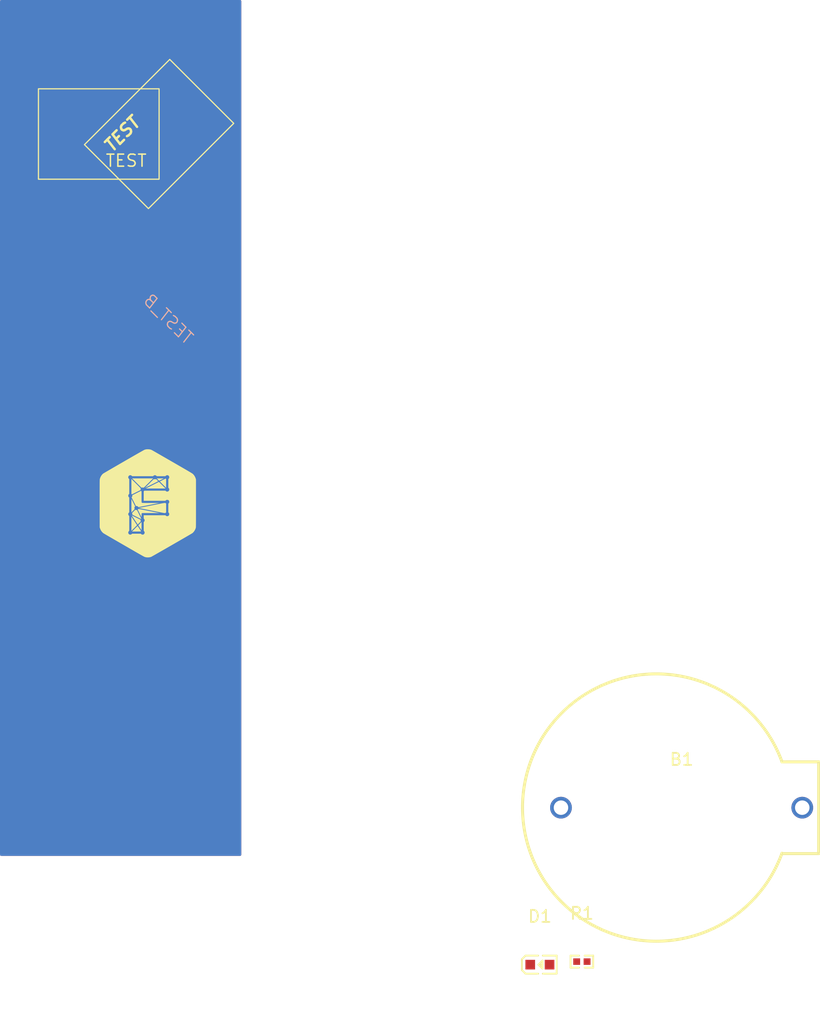
<source format=kicad_pcb>
(kicad_pcb (version 20241229) (generator "pcbnew") (generator_version "9.0")
  (layers (0 "F.Cu" signal) (2 "B.Cu" signal) (13 "F.Paste" user) (15 "B.Paste" user) (5 "F.SilkS" user "F.Silkscreen") (7 "B.SilkS" user "B.Silkscreen") (1 "F.Mask" user) (3 "B.Mask" user) (25 "Edge.Cuts" user))
  (net 0 "")
  (net 1 "B1-1-R1-2")
  (net 2 "D1-1-R1-1")
  (net 3 "B1-2-D1-2")
  (net 4 "GND")
  (footprint "logos:faebryk_logo" (layer "F.Cu") (at 32.25 46.75)
    (property "Reference" "G***" (hide yes))
    (property "Value" "LOGO" (hide yes))
    (fp_poly (pts (xy -1.121428 1.462679) (xy -0.886487 1.815188) (xy -1.356395 2.285096) (xy -1.356382 1.697633) (xy -1.35637 1.11017)) (fill yes) (layer "F.SilkS"))
    (fp_poly (pts (xy 1.472993 -1.226803) (xy 0.652261 -1.227287) (xy -0.16847 -1.227771) (xy 0.377986 -1.501563) (xy 0.924441 -1.775355)) (fill yes) (layer "F.SilkS"))
    (fp_poly (pts (xy 1.520736 -2.008089) (xy 1.516224 -1.287167) (xy 1.254833 -1.548666) (xy 0.993442 -1.810166) (xy 1.235346 -1.930871) (xy 1.477249 -2.051576)) (fill yes) (layer "F.SilkS"))
    (fp_poly (pts (xy 1.036875 -2.064368) (xy 1.334795 -2.063905) (xy 1.140408 -1.965477) (xy 1.087217 -1.938612) (xy 1.039226 -1.914504) (xy 0.998552 -1.894206) (xy 0.967309 -1.878769) (xy 0.947613 -1.869245) (xy 0.941559 -1.866586) (xy 0.934273 -1.872234) (xy 0.916986 -1.888149) (xy 0.891831 -1.912294) (xy 0.860939 -1.942632) (xy 0.838027 -1.965477) (xy 0.738955 -2.06483)) (fill yes) (layer "F.SilkS"))
    (fp_poly (pts (xy -1.201449 -0.051837) (xy -1.047441 0.254863) (xy -1.070994 0.281725) (xy -1.095951 0.319565) (xy -1.107686 0.362439) (xy -1.106473 0.4127) (xy -1.093153 0.47085) (xy -1.09368 0.479029) (xy -1.100135 0.491259) (xy -1.113792 0.509029) (xy -1.135923 0.533832) (xy -1.1678 0.567156) (xy -1.210697 0.610492) (xy -1.222158 0.621936) (xy -1.356395 0.755743) (xy -1.355926 0.198602) (xy -1.355457 -0.358538)) (fill yes) (layer "F.SilkS"))
    (fp_poly (pts (xy -0.967318 -1.628502) (xy -0.886578 -1.547722) (xy -0.817374 -1.47822) (xy -0.758919 -1.41916) (xy -0.710424 -1.36971) (xy -0.671103 -1.329036) (xy -0.640166 -1.296303) (xy -0.616827 -1.270678) (xy -0.600298 -1.251327) (xy -0.58979 -1.237415) (xy -0.584517 -1.22811) (xy -0.583689 -1.222578) (xy -0.583718 -1.222483) (xy -0.587329 -1.204864) (xy -0.59112 -1.176748) (xy -0.593696 -1.150709) (xy -0.598199 -1.096213) (xy -1.317517 -0.737709) (xy -1.336956 -0.75638) (xy -1.356395 -0.77505) (xy -1.356395 -2.017241)) (fill yes) (layer "F.SilkS"))
    (fp_poly (pts (xy -0.77616 0.46817) (xy -0.751652 0.47194) (xy -0.712455 0.478725) (xy -0.65969 0.488309) (xy -0.594479 0.50048) (xy -0.517943 0.515022) (xy -0.431205 0.531721) (xy -0.335385 0.550363) (xy -0.231605 0.570733) (xy -0.120987 0.592618) (xy -0.004652 0.615803) (xy 0.090714 0.634929) (xy 0.963299 0.810407) (xy 0.248866 0.811258) (xy -0.465568 0.812108) (xy -0.489808 0.832935) (xy -0.514048 0.853761) (xy -0.518368 1.001681) (xy -0.522688 1.1496) (xy -0.677619 0.83927) (xy -0.832551 0.528939) (xy -0.810197 0.502374) (xy -0.795213 0.483489) (xy -0.785832 0.469667) (xy -0.784857 0.467629)) (fill yes) (layer "F.SilkS"))
    (fp_poly (pts (xy 0.05612 -1.675754) (xy -0.024869 -1.594808) (xy -0.094577 -1.525411) (xy -0.153826 -1.466784) (xy -0.203441 -1.418149) (xy -0.244246 -1.378726) (xy -0.277065 -1.347735) (xy -0.302723 -1.324398) (xy -0.322044 -1.307935) (xy -0.335851 -1.297567) (xy -0.344969 -1.292515) (xy -0.349898 -1.291885) (xy -0.400099 -1.304548) (xy -0.440951 -1.308374) (xy -0.477939 -1.303384) (xy -0.509728 -1.292525) (xy -0.517341 -1.295998) (xy -0.534165 -1.309251) (xy -0.560564 -1.332628) (xy -0.596897 -1.366475) (xy -0.643528 -1.411136) (xy -0.700817 -1.466958) (xy -0.769126 -1.534284) (xy -0.848817 -1.613461) (xy -0.911427 -1.675981) (xy -1.300167 -2.06483) (xy 0.44486 -2.06483)) (fill yes) (layer "F.SilkS"))
    (fp_poly (pts (xy -0.518368 1.889985) (xy -0.518421 1.9646) (xy -0.518572 2.033519) (xy -0.51881 2.094899) (xy -0.519123 2.146894) (xy -0.519499 2.18766) (xy -0.519926 2.21535) (xy -0.520392 2.228121) (xy -0.520528 2.228772) (xy -0.525676 2.22182) (xy -0.539108 2.202314) (xy -0.559571 2.17211) (xy -0.585815 2.133065) (xy -0.616588 2.087033) (xy -0.650637 2.035871) (xy -0.652279 2.033398) (xy -0.686584 1.981511) (xy -0.717651 1.934092) (xy -0.744214 1.893109) (xy -0.765004 1.860534) (xy -0.778752 1.838336) (xy -0.784193 1.828485) (xy -0.78421 1.828418) (xy -0.779034 1.819708) (xy -0.763237 1.800807) (xy -0.738553 1.773607) (xy -0.706718 1.739996) (xy -0.669464 1.701866) (xy -0.652458 1.684798) (xy -0.518368 1.550991)) (fill yes) (layer "F.SilkS"))
    (fp_poly (pts (xy 0.777165 -1.922292) (xy 0.808579 -1.890487) (xy 0.834704 -1.863101) (xy 0.853501 -1.842348) (xy 0.862934 -1.830437) (xy 0.86356 -1.82853) (xy 0.85537 -1.824155) (xy 0.832957 -1.812697) (xy 0.79756 -1.794778) (xy 0.75042 -1.771022) (xy 0.692779 -1.742051) (xy 0.625877 -1.708489) (xy 0.550955 -1.67096) (xy 0.469253 -1.630085) (xy 0.382014 -1.586489) (xy 0.31102 -1.551045) (xy -0.237586 -1.277265) (xy 0.129591 -1.645204) (xy 0.21386 -1.729427) (xy 0.286591 -1.801632) (xy 0.348232 -1.862248) (xy 0.399233 -1.911701) (xy 0.440043 -1.95042) (xy 0.47111 -1.978833) (xy 0.492883 -1.997366) (xy 0.505811 -2.006448) (xy 0.509727 -2.007467) (xy 0.563351 -1.992036) (xy 0.616642 -1.991745) (xy 0.644522 -1.998268) (xy 0.686836 -2.012349)) (fill yes) (layer "F.SilkS"))
    (fp_poly (pts (xy -1.309684 1.014561) (xy -1.28729 1.025288) (xy -1.25254 1.042236) (xy -1.206979 1.064641) (xy -1.152154 1.091743) (xy -1.08961 1.122779) (xy -1.020892 1.156988) (xy -0.954688 1.190036) (xy -0.596123 1.369256) (xy -0.596123 1.414255) (xy -0.59414 1.445121) (xy -0.589109 1.472331) (xy -0.585866 1.481766) (xy -0.582944 1.489728) (xy -0.58287 1.497811) (xy -0.58706 1.507818) (xy -0.596932 1.521553) (xy -0.613901 1.540817) (xy -0.639385 1.567415) (xy -0.6748 1.60315) (xy -0.704658 1.632971) (xy -0.833708 1.761663) (xy -1.075613 1.398296) (xy -1.132378 1.312942) (xy -1.180173 1.240846) (xy -1.219671 1.180931) (xy -1.251547 1.132119) (xy -1.276477 1.093334) (xy -1.295133 1.063497) (xy -1.308192 1.04153) (xy -1.316327 1.026357) (xy -1.320213 1.0169) (xy -1.320525 1.01208) (xy -1.318178 1.010816)) (fill yes) (layer "F.SilkS"))
    (fp_poly (pts (xy -1.005633 0.549523) (xy -0.978619 0.557023) (xy -0.945869 0.561233) (xy -0.935451 0.561564) (xy -0.894087 0.561564) (xy -0.715337 0.919188) (xy -0.673449 1.003098) (xy -0.638754 1.07293) (xy -0.610654 1.130033) (xy -0.588554 1.175753) (xy -0.571857 1.211438) (xy -0.559966 1.238434) (xy -0.552285 1.258088) (xy -0.548217 1.271748) (xy -0.547167 1.28076) (xy -0.548538 1.286472) (xy -0.551236 1.289806) (xy -0.555779 1.292308) (xy -0.562804 1.292761) (xy -0.573654 1.290568) (xy -0.589672 1.285129) (xy -0.6122 1.275845) (xy -0.64258 1.262118) (xy -0.682156 1.243347) (xy -0.73227 1.218935) (xy -0.794264 1.188283) (xy -0.869481 1.150791) (xy -0.924182 1.12343) (xy -1.282479 0.944059) (xy -1.279979 0.909433) (xy -1.281898 0.877605) (xy -1.289889 0.845328) (xy -1.291315 0.841693) (xy -1.305151 0.808579) (xy -1.169801 0.67303) (xy -1.034451 0.537482)) (fill yes) (layer "F.SilkS"))
    (fp_poly (pts (xy -0.840056 1.890313) (xy -0.825845 1.909869) (xy -0.804548 1.9403) (xy -0.777386 1.979836) (xy -0.745581 2.02671) (xy -0.710355 2.079151) (xy -0.697942 2.097746) (xy -0.656617 2.159986) (xy -0.62417 2.209524) (xy -0.599704 2.247911) (xy -0.582328 2.276694) (xy -0.571145 2.297423) (xy -0.565261 2.311646) (xy -0.563783 2.320914) (xy -0.565753 2.326691) (xy -0.569549 2.330265) (xy -0.576258 2.333208) (xy -0.587441 2.33558) (xy -0.604655 2.337442) (xy -0.62946 2.338855) (xy -0.663414 2.339879) (xy -0.708076 2.340574) (xy -0.765006 2.341001) (xy -0.835761 2.341219) (xy -0.9219 2.34129) (xy -0.942592 2.341292) (xy -1.308756 2.341292) (xy -1.079932 2.112346) (xy -1.02823 2.060749) (xy -0.980343 2.013215) (xy -0.937644 1.971088) (xy -0.901504 1.935707) (xy -0.873294 1.908416) (xy -0.854384 1.890555) (xy -0.846146 1.883466) (xy -0.845958 1.883401)) (fill yes) (layer "F.SilkS"))
    (fp_poly (pts (xy -0.543789 -1.010463) (xy -0.518368 -0.992361) (xy -0.518176 -0.537218) (xy -0.518143 -0.434488) (xy -0.518049 -0.347631) (xy -0.517755 -0.275242) (xy -0.517125 -0.215914) (xy -0.516021 -0.168242) (xy -0.514307 -0.13082) (xy -0.511846 -0.102244) (xy -0.508499 -0.081106) (xy -0.504131 -0.066001) (xy -0.498605 -0.055524) (xy -0.491782 -0.048269) (xy -0.483527 -0.04283) (xy -0.473701 -0.037802) (xy -0.469259 -0.035569) (xy -0.4593 -0.033626) (xy -0.437093 -0.031903) (xy -0.402079 -0.030392) (xy -0.353698 -0.029085) (xy -0.291392 -0.027973) (xy -0.2146 -0.02705) (xy -0.122764 -0.026305) (xy -0.015325 -0.025732) (xy 0.108277 -0.025322) (xy 0.247816 -0.025068) (xy 0.94602 -0.024217) (xy 0.095034 0.147299) (xy -0.023813 0.171228) (xy -0.138016 0.194174) (xy -0.24642 0.215907) (xy -0.347867 0.236198) (xy -0.4412 0.254816) (xy -0.525263 0.271533) (xy -0.598898 0.286117) (xy -0.660948 0.29834) (xy -0.710257 0.307971) (xy -0.745667 0.314781) (xy -0.766021 0.31854) (xy -0.770583 0.319237) (xy -0.784799 0.312691) (xy -0.799014 0.296284) (xy -0.799482 0.295506) (xy -0.830079 0.260146) (xy -0.872751 0.237035) (xy -0.927261 0.226299) (xy -0.9303 0.226089) (xy -0.985966 0.222544) (xy -1.342338 -0.490446) (xy -1.319355 -0.517759) (xy -1.296683 -0.555109) (xy -1.282751 -0.599373) (xy -1.280131 -0.642228) (xy -1.280328 -0.64405) (xy -1.283535 -0.671527) (xy -0.569211 -1.028565)) (fill yes) (layer "F.SilkS"))
    (fp_poly (pts (xy 1.441947 -0.024713) (xy 1.455559 -0.022137) (xy 1.466228 -0.018255) (xy 1.474827 -0.013198) (xy 1.482233 -0.007095) (xy 1.489319 -0.000076) (xy 1.492466 0.00317) (xy 1.520544 0.032075) (xy 1.520544 0.749904) (xy 1.489442 0.781006) (xy 1.472905 0.79675) (xy 1.458852 0.805955) (xy 1.441908 0.810295) (xy 1.416698 0.811442) (xy 1.392248 0.811254) (xy 1.377144 0.810206) (xy 1.353638 0.807261) (xy 1.321041 0.80229) (xy 1.278661 0.795159) (xy 1.225808 0.785737) (xy 1.161792 0.773894) (xy 1.085924 0.759498) (xy 0.997512 0.742417) (xy 0.895866 0.72252) (xy 0.780297 0.699675) (xy 0.650113 0.673751) (xy 0.504625 0.644617) (xy 0.343143 0.612141) (xy 0.285102 0.600442) (xy 0.153903 0.573968) (xy 0.027554 0.548446) (xy -0.092928 0.524081) (xy -0.206527 0.501082) (xy -0.312226 0.479655) (xy -0.409007 0.460006) (xy -0.495854 0.442343) (xy -0.571749 0.426872) (xy -0.635676 0.4138) (xy -0.686618 0.403334) (xy -0.723557 0.39568) (xy -0.745477 0.391046) (xy -0.751531 0.38963) (xy -0.742663 0.387859) (xy -0.717884 0.382906) (xy -0.678223 0.374976) (xy -0.624713 0.364275) (xy -0.558384 0.35101) (xy -0.480269 0.335386) (xy -0.391397 0.317611) (xy -0.2928 0.29789) (xy -0.18551 0.27643) (xy -0.070557 0.253436) (xy 0.051027 0.229116) (xy 0.17821 0.203674) (xy 0.289421 0.181428) (xy 0.452203 0.148868) (xy 0.598915 0.119558) (xy 0.730432 0.093368) (xy 0.847629 0.070169) (xy 0.951381 0.049831) (xy 1.042563 0.032225) (xy 1.122051 0.01722) (xy 1.190718 0.004687) (xy 1.249441 -0.005503) (xy 1.299095 -0.01348) (xy 1.340554 -0.019374) (xy 1.374694 -0.023315) (xy 1.402389 -0.025432) (xy 1.424515 -0.025855)) (fill yes) (layer "F.SilkS"))
    (fp_poly (pts (xy 0.047517 -4.481264) (xy 0.130799 -4.47499) (xy 0.202385 -4.463071) (xy 0.267274 -4.444319) (xy 0.330461 -4.417545) (xy 0.344031 -4.410767) (xy 0.356953 -4.403667) (xy 0.384126 -4.388328) (xy 0.42484 -4.365158) (xy 0.478386 -4.334564) (xy 0.544056 -4.296954) (xy 0.62114 -4.252737) (xy 0.70893 -4.202319) (xy 0.806715 -4.14611) (xy 0.913788 -4.084516) (xy 1.029439 -4.017946) (xy 1.152959 -3.946808) (xy 1.283639 -3.87151) (xy 1.420771 -3.792458) (xy 1.563644 -3.710063) (xy 1.711551 -3.62473) (xy 1.863781 -3.536868) (xy 2.019627 -3.446886) (xy 2.038911 -3.435749) (xy 2.224824 -3.328367) (xy 2.396362 -3.229254) (xy 2.554126 -3.138057) (xy 2.698715 -3.05442) (xy 2.830729 -2.977991) (xy 2.950767 -2.908415) (xy 3.059427 -2.845338) (xy 3.157311 -2.788407) (xy 3.245017 -2.737266) (xy 3.323145 -2.691562) (xy 3.392294 -2.650942) (xy 3.453064 -2.615051) (xy 3.506054 -2.583534) (xy 3.551864 -2.556039) (xy 3.591092 -2.532211) (xy 3.624339 -2.511696) (xy 3.652204 -2.49414) (xy 3.675287 -2.479189) (xy 3.694186 -2.466489) (xy 3.709502 -2.455686) (xy 3.721834 -2.446426) (xy 3.73178 -2.438355) (xy 3.739688 -2.431354) (xy 3.818597 -2.346703) (xy 3.88562 -2.250476) (xy 3.939525 -2.1447) (xy 3.975786 -2.043075) (xy 3.995748 -1.974116) (xy 3.995748 0) (xy 3.995743 0.218324) (xy 3.995723 0.420047) (xy 3.995685 0.605846) (xy 3.995623 0.7764) (xy 3.995532 0.932385) (xy 3.995407 1.07448) (xy 3.995242 1.203362) (xy 3.995033 1.319709) (xy 3.994774 1.424198) (xy 3.994461 1.517508) (xy 3.994088 1.600315) (xy 3.99365 1.673298) (xy 3.993142 1.737134) (xy 3.992559 1.792501) (xy 3.991897 1.840076) (xy 3.991149 1.880538) (xy 3.990311 1.914563) (xy 3.989377 1.94283) (xy 3.988344 1.966016) (xy 3.987204 1.9848) (xy 3.985954 1.999857) (xy 3.984589 2.011867) (xy 3.983102 2.021507) (xy 3.98149 2.029455) (xy 3.980467 2.033665) (xy 3.950775 2.12441) (xy 3.9094 2.214252) (xy 3.85858 2.299727) (xy 3.800552 2.377374) (xy 3.737553 2.443731) (xy 3.690429 2.482532) (xy 3.676798 2.491309) (xy 3.649144 2.508106) (xy 3.608294 2.532446) (xy 3.555077 2.563852) (xy 3.49032 2.601846) (xy 3.414853 2.645954) (xy 3.329502 2.695697) (xy 3.235097 2.750599) (xy 3.132466 2.810183) (xy 3.022436 2.873973) (xy 2.905836 2.941491) (xy 2.783495 3.012261) (xy 2.656239 3.085807) (xy 2.524899 3.161651) (xy 2.390301 3.239317) (xy 2.253273 3.318328) (xy 2.114645 3.398208) (xy 1.975245 3.478479) (xy 1.835899 3.558664) (xy 1.697438 3.638288) (xy 1.560688 3.716873) (xy 1.426478 3.793943) (xy 1.295637 3.86902) (xy 1.168992 3.941629) (xy 1.047372 4.011292) (xy 0.931605 4.077533) (xy 0.822518 4.139874) (xy 0.720941 4.19784) (xy 0.627702 4.250953) (xy 0.543628 4.298737) (xy 0.469548 4.340714) (xy 0.406289 4.376409) (xy 0.354681 4.405344) (xy 0.315552 4.427043) (xy 0.289729 4.441029) (xy 0.2781 4.446804) (xy 0.194497 4.470631) (xy 0.101564 4.485625) (xy 0.00508 4.491335) (xy -0.089174 4.487311) (xy -0.143984 4.479724) (xy -0.185983 4.470771) (xy -0.231267 4.459102) (xy -0.262009 4.449817) (xy -0.279699 4.44203) (xy -0.311756 4.425742) (xy -0.357667 4.401238) (xy -0.416922 4.368804) (xy -0.48901 4.328727) (xy -0.57342 4.281292) (xy -0.669641 4.226785) (xy -0.777161 4.165494) (xy -0.89547 4.097704) (xy -1.024056 4.0237) (xy -1.055406 4.005615) (xy -1.290817 3.869749) (xy -1.511736 3.742252) (xy -1.718633 3.622849) (xy -1.911978 3.511263) (xy -2.092239 3.407219) (xy -2.259887 3.310442) (xy -2.415391 3.220656) (xy -2.55922 3.137586) (xy -2.691845 3.060956) (xy -2.813734 2.99049) (xy -2.925358 2.925914) (xy -3.027185 2.866952) (xy -3.119686 2.813328) (xy -3.203329 2.764767) (xy -3.278585 2.720993) (xy -3.345923 2.68173) (xy -3.405813 2.646704) (xy -3.458723 2.615639) (xy -3.505124 2.588259) (xy -3.545485 2.564288) (xy -3.580276 2.543452) (xy -3.609967 2.525475) (xy -3.635026 2.510081) (xy -3.655923 2.496995) (xy -3.673128 2.485941) (xy -3.687111 2.476644) (xy -3.698341 2.468828) (xy -3.707287 2.462218) (xy -3.714419 2.456539) (xy -3.720207 2.451514) (xy -3.72512 2.446868) (xy -3.729628 2.442327) (xy -3.7342 2.437613) (xy -3.739306 2.432453) (xy -3.743315 2.428555) (xy -3.816816 2.348552) (xy -3.878385 2.259586) (xy -3.929435 2.159365) (xy -3.962336 2.073469) (xy -3.987109 2.000034) (xy -3.989504 0.034557) (xy -3.989762 -0.18439) (xy -3.989981 -0.386734) (xy -3.990157 -0.57315) (xy -3.990285 -0.744313) (xy -3.990363 -0.900898) (xy -3.990386 -1.043581) (xy -3.99035 -1.173037) (xy -3.990252 -1.289941) (xy -3.990087 -1.394968) (xy -3.989852 -1.488795) (xy -3.989544 -1.572096) (xy -3.989158 -1.645546) (xy -3.98869 -1.709821) (xy -3.988138 -1.765596) (xy -3.987496 -1.813547) (xy -3.986761 -1.854348) (xy -3.98593 -1.888675) (xy -3.984998 -1.917204) (xy -3.983962 -1.940609) (xy -3.982817 -1.959567) (xy -3.981561 -1.974751) (xy -3.980189 -1.986838) (xy -3.978697 -1.996503) (xy -3.978028 -2.000035) (xy -3.953936 -2.088094) (xy -3.921927 -2.166799) (xy -1.621869 -2.166799) (xy -1.619865 -2.13473) (xy -1.608732 -2.098422) (xy -1.590638 -2.063136) (xy -1.56921 -2.035249) (xy -1.557788 -2.025677) (xy -1.537824 -2.012595) (xy -1.537824 -0.780784) (xy -1.564513 -0.755409) (xy -1.596542 -0.717314) (xy -1.613796 -0.675834) (xy -1.618659 -0.630681) (xy -1.613221 -0.584641) (xy -1.597764 -0.542282) (xy -1.574546 -0.508729) (xy -1.559311 -0.495902) (xy -1.537824 -0.481823) (xy -1.537824 0.752748) (xy -1.564052 0.774818) (xy -1.597002 0.812979) (xy -1.615947 0.858066) (xy -1.620793 0.90675) (xy -1.611446 0.955705) (xy -1.587809 1.001603) (xy -1.571111 1.021833) (xy -1.537824 1.056826) (xy -1.537824 2.278003) (xy -1.571346 2.313243) (xy -1.602534 2.357233) (xy -1.61839 2.405211) (xy -1.619416 2.454239) (xy -1.60611 2.501381) (xy -1.578974 2.543701) (xy -1.538507 2.578262) (xy -1.524864 2.586144) (xy -1.49389 2.59589) (xy -1.45433 2.59965) (xy -1.413858 2.597294) (xy -1.380143 2.588694) (xy -1.379876 2.588581) (xy -1.355429 2.574156) (xy -1.330757 2.553822) (xy -1.3267 2.549703) (xy -1.301326 2.522721) (xy -0.577011 2.522721) (xy -0.559832 2.54456) (xy -0.527967 2.572326) (xy -0.485738 2.591364) (xy -0.43836 2.600419) (xy -0.391047 2.598237) (xy -0.36558 2.591287) (xy -0.327259 2.568344) (xy -0.294826 2.53304) (xy -0.271406 2.490071) (xy -0.260123 2.444131) (xy -0.259564 2.432006) (xy -0.26663 2.388216) (xy -0.285468 2.344506) (xy -0.312534 2.308955) (xy -0.314201 2.307388) (xy -0.336939 2.286443) (xy -0.336939 1.558114) (xy -0.314201 1.537169) (xy -0.286782 1.502305) (xy -0.267397 1.458835) (xy -0.259587 1.414838) (xy -0.259564 1.412551) (xy -0.26663 1.36876) (xy -0.285468 1.32505) (xy -0.312534 1.289499) (xy -0.314201 1.287932) (xy -0.322734 1.279646) (xy -0.328811 1.2711) (xy -0.332847 1.2594) (xy -0.335261 1.241655) (xy -0.33647 1.214972) (xy -0.33689 1.176458) (xy -0.336939 1.130262) (xy -0.336939 0.993537) (xy 1.46672 0.993537) (xy 1.480225 1.014148) (xy 1.506358 1.039855) (xy 1.544163 1.058731) (xy 1.588756 1.068891) (xy 1.623891 1.069643) (xy 1.677867 1.058241) (xy 1.721561 1.033355) (xy 1.753733 0.996224) (xy 1.773144 0.948089) (xy 1.778078 0.915455) (xy 1.775736 0.868976) (xy 1.763255 0.825601) (xy 1.742522 0.790217) (xy 1.722583 0.771789) (xy 1.701972 0.758284) (xy 1.701972 0.029151) (xy 1.728955 0.003776) (xy 1.749551 -0.019679) (xy 1.765778 -0.045012) (xy 1.767832 -0.0494) (xy 1.778404 -0.092918) (xy 1.777415 -0.141384) (xy 1.765844 -0.188604) (xy 1.744669 -0.228381) (xy 1.738361 -0.236029) (xy 1.702764 -0.26349) (xy 1.658719 -0.279717) (xy 1.6105 -0.284821) (xy 1.562383 -0.278917) (xy 1.518644 -0.262117) (xy 1.483557 -0.234533) (xy 1.47908 -0.229187) (xy 1.4619 -0.207347) (xy -0.336939 -0.207347) (xy -0.336939 -0.988396) (xy -0.309326 -1.016885) (xy -0.281713 -1.045375) (xy 1.465695 -1.045375) (xy 1.48664 -1.022636) (xy 1.526959 -0.990355) (xy 1.572652 -0.972657) (xy 1.620609 -0.96907) (xy 1.66772 -0.979125) (xy 1.710875 -1.002351) (xy 1.746965 -1.038279) (xy 1.763289 -1.064469) (xy 1.776667 -1.106844) (xy 1.77808 -1.153788) (xy 1.768502 -1.200184) (xy 1.748906 -1.240912) (xy 1.724656 -1.267603) (xy 1.701972 -1.285446) (xy 1.701972 -2.009982) (xy 1.724412 -2.030926) (xy 1.756581 -2.072029) (xy 1.775461 -2.120796) (xy 1.779538 -2.15736) (xy 1.771954 -2.210235) (xy 1.751454 -2.254961) (xy 1.720638 -2.290432) (xy 1.682108 -2.315541) (xy 1.638462 -2.329181) (xy 1.592302 -2.330246) (xy 1.546228 -2.31763) (xy 1.502841 -2.290226) (xy 1.491644 -2.279868) (xy 1.458035 -2.246259) (xy 0.745805 -2.246259) (xy 0.710217 -2.280113) (xy 0.665383 -2.312047) (xy 0.616505 -2.328) (xy 0.566114 -2.327971) (xy 0.516743 -2.311958) (xy 0.471261 -2.280273) (xy 0.43436 -2.246259) (xy -1.302571 -2.246259) (xy -1.31665 -2.267747) (xy -1.338644 -2.289761) (xy -1.371939 -2.309779) (xy -1.410605 -2.324533) (xy -1.426697 -2.328316) (xy -1.472958 -2.328824) (xy -1.517314 -2.314767) (xy -1.557072 -2.28884) (xy -1.589544 -2.253739) (xy -1.61204 -2.21216) (xy -1.621869 -2.166799) (xy -3.921927 -2.166799) (xy -3.917819 -2.176899) (xy -3.871864 -2.262778) (xy -3.818258 -2.342058) (xy -3.759187 -2.411066) (xy -3.7035 -2.461094) (xy -3.691615 -2.468825) (xy -3.665458 -2.484778) (xy -3.625728 -2.508545) (xy -3.573123 -2.539721) (xy -3.508341 -2.577897) (xy -3.43208 -2.622667) (xy -3.345039 -2.673623) (xy -3.247915 -2.730359) (xy -3.141408 -2.792467) (xy -3.026215 -2.85954) (xy -2.903034 -2.931171) (xy -2.772564 -3.006953) (xy -2.635504 -3.08648) (xy -2.49255 -3.169343) (xy -2.344402 -3.255136) (xy -2.191758 -3.343451) (xy -2.035316 -3.433883) (xy -1.994442 -3.457497) (xy -1.792545 -3.574082) (xy -1.605179 -3.682189) (xy -1.431946 -3.782042) (xy -1.272452 -3.873867) (xy -1.1263 -3.957889) (xy -0.993093 -4.034333) (xy -0.872436 -4.103424) (xy -0.763932 -4.165389) (xy -0.667185 -4.220451) (xy -0.581799 -4.268837) (xy -0.507378 -4.310771) (xy -0.443525 -4.346479) (xy -0.389845 -4.376185) (xy -0.345942 -4.400117) (xy -0.311418 -4.418497) (xy -0.285878 -4.431553) (xy -0.268926 -4.439508) (xy -0.263504 -4.441659) (xy -0.195508 -4.462276) (xy -0.128329 -4.475434) (xy -0.056654 -4.481809) (xy 0.024829 -4.482078)) (fill yes) (layer "F.SilkS"))
  )
  (footprint "lcsc:LED0603-RD-YELLOW" (layer "F.Cu") (at 64.752146 85.022146)
    (property "Reference" "D1" (at 0 -4 0) (layer "F.SilkS"))
    (property "Value" "LED")
    (fp_line (start -1.49 -0.45) (end -1.19 -0.75) (stroke (width 0.15)) (layer "F.SilkS"))
    (fp_line (start -1.49 -0.35) (end -1.49 -0.45) (stroke (width 0.15)) (layer "F.SilkS"))
    (fp_line (start -1.49 -0.35) (end -1.49 0.35) (stroke (width 0.15)) (layer "F.SilkS"))
    (fp_line (start -1.49 0.35) (end -1.49 0.45) (stroke (width 0.15)) (layer "F.SilkS"))
    (fp_line (start -1.49 0.45) (end -1.19 0.75) (stroke (width 0.15)) (layer "F.SilkS"))
    (fp_line (start -0.14 -0.75) (end -1.19 -0.75) (stroke (width 0.15)) (layer "F.SilkS"))
    (fp_line (start -0.14 0.75) (end -1.19 0.75) (stroke (width 0.15)) (layer "F.SilkS"))
    (fp_line (start 0.21 0.33) (end -0.12 0) (stroke (width 0.15)) (layer "F.SilkS"))
    (fp_line (start 0.22 -0.35) (end 0.22 -0.34) (stroke (width 0.15)) (layer "F.SilkS"))
    (fp_line (start 0.22 -0.35) (end 0.22 0.33) (stroke (width 0.15)) (layer "F.SilkS"))
    (fp_line (start 0.22 -0.34) (end -0.12 0) (stroke (width 0.15)) (layer "F.SilkS"))
    (fp_line (start 0.22 0) (end -0.12 0) (stroke (width 0.15)) (layer "F.SilkS"))
    (fp_line (start 0.22 0.33) (end 0.21 0.33) (stroke (width 0.15)) (layer "F.SilkS"))
    (fp_line (start 0.24 -0.75) (end 1.39 -0.75) (stroke (width 0.15)) (layer "F.SilkS"))
    (fp_line (start 0.24 0.75) (end 1.39 0.75) (stroke (width 0.15)) (layer "F.SilkS"))
    (fp_line (start 1.39 -0.75) (end 1.39 0.73) (stroke (width 0.15)) (layer "F.SilkS"))
    (pad "1" smd rect (at -0.8 0 90) (size 0.8 0.8) (layers "F.Cu" "F.Mask" "F.Paste") (net 2 "D1-1-R1-1"))
    (pad "2" smd rect (at 0.8 0 90) (size 0.8 0.8) (layers "F.Cu" "F.Mask" "F.Paste") (net 3 "B1-2-D1-2"))
  )
  (footprint "lcsc:R0402" (layer "F.Cu") (at 68.232146 84.772146)
    (property "Reference" "R1" (at 0 -4 0) (layer "F.SilkS"))
    (property "Value" "40.2Ω")
    (fp_line (start -0.94 -0.5) (end -0.23 -0.5) (stroke (width 0.15)) (layer "F.SilkS"))
    (fp_line (start -0.94 0.5) (end -0.94 -0.5) (stroke (width 0.15)) (layer "F.SilkS"))
    (fp_line (start -0.23 0.5) (end -0.94 0.5) (stroke (width 0.15)) (layer "F.SilkS"))
    (fp_line (start 0.23 0.5) (end 0.94 0.5) (stroke (width 0.15)) (layer "F.SilkS"))
    (fp_line (start 0.94 -0.5) (end 0.23 -0.5) (stroke (width 0.15)) (layer "F.SilkS"))
    (fp_line (start 0.94 0.5) (end 0.94 -0.5) (stroke (width 0.15)) (layer "F.SilkS"))
    (pad "1" smd rect (at -0.43 0) (size 0.57 0.54) (layers "F.Cu" "F.Mask" "F.Paste") (net 2 "D1-1-R1-1"))
    (pad "2" smd rect (at 0.43 0) (size 0.57 0.54) (layers "F.Cu" "F.Mask" "F.Paste") (net 1 "B1-1-R1-2"))
  )
  (footprint "lcsc:BAT-TH_BS-02-A1AJ010" (layer "F.Cu") (at 76.5 72)
    (property "Reference" "B1" (at 0 -4 0) (layer "F.SilkS"))
    (property "Value" "ButtonCell")
    (fp_line (start 8.32 -3.8) (end 11.36 -3.8) (stroke (width 0.25)) (layer "F.SilkS"))
    (fp_line (start 11.36 -3.8) (end 11.36 3.81) (stroke (width 0.25)) (layer "F.SilkS"))
    (fp_line (start 11.36 3.81) (end 8.31 3.81) (stroke (width 0.25)) (layer "F.SilkS"))
    (fp_arc (start 8.32 3.78) (mid -13.187854 -0.01049) (end 8.320334 -3.799083) (stroke (width 0.25)) (layer "F.SilkS"))
    (pad "1" thru_hole circle (at -10 0) (size 1.8 1.8) (drill 1.199998) (layers "*.Cu" "*.Mask") (net 1 "B1-1-R1-2"))
    (pad "2" thru_hole circle (at 10 0) (size 1.8 1.8) (drill 1.199998) (layers "*.Cu" "*.Mask") (net 3 "B1-2-D1-2"))
  )
  (gr_text "TEST_B" (at 34 31.5 315) (layer "B.SilkS") (effects (font (size 1 1) (thickness 0.1) (italic yes)) (justify mirror)))
  (gr_text_box "TEST" (pts (xy 27 17) (xy 34.071068 9.928932) (xy 39.374369 15.232233) (xy 32.303301 22.303301)) (margins 1.0025 1.0025 1.0025 1.0025) (angle 45) (layer "F.SilkS") (effects (font (size 1 1) (thickness 0.2) (bold yes) (italic yes)) (justify left top)) (border yes) (stroke (width 0.1)))
  (gr_text_box "TEST" (start 23.187184 12.366117) (end 33.187184 19.866117) (margins 1.0025 1.0025 1.0025 1.0025) (layer "F.SilkS") (effects (font (size 1 1) (thickness 0.125)) (justify right bottom)) (border yes) (stroke (width 0.1)))
  (zone (net 0) (net_name "") (layer "F.Cu") (name "keepout_test") (connect_pads (clearance 0)) (min_thickness 0.25)
    (keepout (tracks not_allowed) (vias not_allowed) (pads not_allowed) (copperpour not_allowed) (footprints not_allowed))
    (fill (thermal_gap 0.5) (thermal_bridge_width 0.5))
    (polygon (pts (xy 23 28) (xy 30 28) (xy 30 35) (xy 23 35)))
  )
  (zone (net 4) (net_name "GND") (layers "F.Cu" "B.Cu") (name "layer_fill_GND") (connect_pads (clearance 0.2)) (min_thickness 0.2) (fill yes (thermal_gap 0.2) (thermal_bridge_width 0.2) (island_removal_mode 2) (island_area_min 10))
    (polygon (pts (xy 40 5) (xy 20 5) (xy 20 76) (xy 40 76)))
  )
)
</source>
